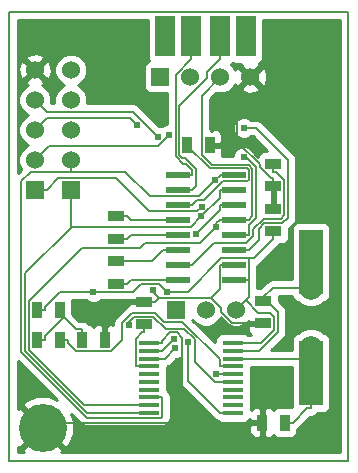
<source format=gbl>
G04 (created by PCBNEW (2013-07-07 BZR 4022)-stable) date 22/04/2014 18:46:14*
%MOIN*%
G04 Gerber Fmt 3.4, Leading zero omitted, Abs format*
%FSLAX34Y34*%
G01*
G70*
G90*
G04 APERTURE LIST*
%ADD10C,0.00590551*%
%ADD11R,0.0709X0.016*%
%ADD12R,0.0787402X0.023622*%
%ADD13R,0.035X0.055*%
%ADD14R,0.055X0.035*%
%ADD15R,0.0787X0.2165*%
%ADD16C,0.0787402*%
%ADD17R,0.06X0.06*%
%ADD18C,0.06*%
%ADD19R,0.0669291X0.137795*%
%ADD20C,0.16*%
%ADD21C,0.024*%
%ADD22C,0.006*%
%ADD23C,0.01*%
G04 APERTURE END LIST*
G54D10*
X72755Y-45511D02*
X84055Y-45511D01*
X72755Y-60472D02*
X72755Y-45511D01*
X84055Y-60472D02*
X72755Y-60472D01*
X84055Y-45511D02*
X84055Y-60472D01*
G54D11*
X80207Y-56554D03*
X80207Y-56814D03*
X80207Y-57064D03*
X80207Y-57324D03*
X80207Y-57584D03*
X80207Y-57834D03*
X80207Y-58094D03*
X80207Y-58344D03*
X80207Y-58604D03*
X80207Y-58864D03*
X77407Y-58874D03*
X77407Y-58604D03*
X77407Y-58344D03*
X77407Y-58094D03*
X77407Y-57834D03*
X77407Y-57584D03*
X77407Y-57324D03*
X77407Y-57064D03*
X77407Y-56814D03*
X77407Y-56554D03*
G54D12*
X80251Y-53944D03*
X80251Y-52944D03*
X80251Y-53444D03*
X80251Y-52444D03*
X80251Y-51944D03*
X80251Y-51444D03*
X80251Y-54444D03*
X80251Y-50944D03*
X78362Y-50944D03*
X78362Y-54444D03*
X78362Y-51444D03*
X78362Y-51944D03*
X78362Y-52444D03*
X78362Y-53444D03*
X78362Y-52944D03*
X78362Y-53944D03*
G54D13*
X78682Y-49944D03*
X79432Y-49944D03*
G54D14*
X76307Y-54569D03*
X76307Y-53819D03*
X76307Y-53069D03*
X76307Y-52319D03*
X81557Y-50569D03*
X81557Y-51319D03*
X81557Y-52819D03*
X81557Y-52069D03*
G54D13*
X75182Y-56444D03*
X75932Y-56444D03*
G54D14*
X81220Y-55136D03*
X81220Y-55886D03*
G54D13*
X81932Y-59194D03*
X81182Y-59194D03*
X73682Y-55444D03*
X74432Y-55444D03*
G54D14*
X77244Y-55176D03*
X77244Y-55926D03*
G54D13*
X73682Y-56444D03*
X74432Y-56444D03*
G54D15*
X82807Y-53844D03*
X82807Y-57544D03*
G54D16*
X82807Y-54694D03*
X82807Y-56694D03*
G54D17*
X74807Y-51444D03*
G54D18*
X74807Y-50444D03*
X74807Y-49444D03*
X74807Y-48444D03*
X74807Y-47444D03*
G54D17*
X73607Y-51444D03*
G54D18*
X73607Y-50444D03*
X73607Y-49444D03*
X73607Y-48444D03*
X73607Y-47444D03*
G54D17*
X77791Y-47677D03*
G54D18*
X78791Y-47677D03*
X79791Y-47677D03*
X80791Y-47677D03*
G54D19*
X80629Y-46299D03*
X77952Y-46299D03*
X78818Y-46299D03*
X79763Y-46299D03*
G54D20*
X73858Y-59370D03*
G54D17*
X78307Y-55444D03*
G54D18*
X79307Y-55444D03*
X80307Y-55444D03*
G54D21*
X78083Y-49599D03*
X77001Y-49266D03*
X77704Y-49664D03*
X79604Y-51127D03*
X78250Y-56401D03*
X78290Y-56704D03*
X79160Y-52016D03*
X79147Y-52327D03*
X79657Y-52667D03*
X76725Y-55959D03*
X80568Y-50352D03*
X78960Y-52917D03*
X78721Y-56519D03*
X79638Y-57579D03*
X80568Y-49378D03*
X77534Y-54777D03*
X75557Y-54835D03*
X77999Y-54841D03*
G54D22*
X77717Y-49966D02*
X78083Y-49599D01*
X74085Y-49966D02*
X77717Y-49966D01*
X73607Y-50444D02*
X74085Y-49966D01*
X76783Y-49049D02*
X77001Y-49266D01*
X74002Y-49049D02*
X76783Y-49049D01*
X73607Y-49444D02*
X74002Y-49049D01*
X76875Y-48835D02*
X77704Y-49664D01*
X73997Y-48835D02*
X76875Y-48835D01*
X73607Y-48444D02*
X73997Y-48835D01*
X77407Y-58344D02*
X77851Y-58344D01*
X74807Y-50835D02*
X74807Y-50444D01*
X73469Y-50835D02*
X74807Y-50835D01*
X73156Y-51148D02*
X73469Y-50835D01*
X73156Y-56859D02*
X73156Y-51148D01*
X75342Y-59045D02*
X73156Y-56859D01*
X77817Y-59045D02*
X75342Y-59045D01*
X77851Y-59010D02*
X77817Y-59045D01*
X77851Y-58344D02*
X77851Y-59010D01*
X79071Y-51660D02*
X79604Y-51127D01*
X77439Y-51660D02*
X79071Y-51660D01*
X76613Y-50835D02*
X77439Y-51660D01*
X74807Y-50835D02*
X76613Y-50835D01*
X79768Y-50964D02*
X79768Y-50944D01*
X79604Y-51127D02*
X79768Y-50964D01*
X80251Y-50944D02*
X79768Y-50944D01*
X78818Y-46299D02*
X78818Y-47078D01*
X78362Y-50944D02*
X78846Y-50944D01*
X78846Y-50788D02*
X78846Y-50944D01*
X78628Y-50571D02*
X78846Y-50788D01*
X78543Y-50571D02*
X78628Y-50571D01*
X78294Y-50321D02*
X78543Y-50571D01*
X78294Y-47603D02*
X78294Y-50321D01*
X78818Y-47078D02*
X78294Y-47603D01*
X77851Y-56799D02*
X78250Y-56401D01*
X77851Y-56814D02*
X77851Y-56799D01*
X77407Y-56814D02*
X77851Y-56814D01*
X77407Y-57064D02*
X77851Y-57064D01*
X77930Y-57064D02*
X78290Y-56704D01*
X77851Y-57064D02*
X77930Y-57064D01*
X79009Y-51780D02*
X78846Y-51944D01*
X79252Y-51780D02*
X79009Y-51780D01*
X79880Y-51153D02*
X79252Y-51780D01*
X80682Y-51153D02*
X79880Y-51153D01*
X80735Y-51100D02*
X80682Y-51153D01*
X80735Y-50778D02*
X80735Y-51100D01*
X80682Y-50725D02*
X80735Y-50778D01*
X79433Y-50725D02*
X80682Y-50725D01*
X78682Y-49973D02*
X79433Y-50725D01*
X78682Y-49944D02*
X78682Y-49973D01*
X78362Y-51944D02*
X78846Y-51944D01*
X78362Y-52444D02*
X77878Y-52444D01*
X76797Y-52444D02*
X77878Y-52444D01*
X76672Y-52319D02*
X76797Y-52444D01*
X76307Y-52319D02*
X76672Y-52319D01*
X76797Y-52944D02*
X77878Y-52944D01*
X76672Y-53069D02*
X76797Y-52944D01*
X76307Y-53069D02*
X76672Y-53069D01*
X78362Y-52944D02*
X77878Y-52944D01*
X78362Y-54444D02*
X77878Y-54444D01*
X76307Y-54569D02*
X76672Y-54569D01*
X76797Y-54444D02*
X76672Y-54569D01*
X77878Y-54444D02*
X76797Y-54444D01*
X77503Y-53819D02*
X77878Y-53444D01*
X76672Y-53819D02*
X77503Y-53819D01*
X76307Y-53819D02*
X76672Y-53819D01*
X78362Y-53444D02*
X77878Y-53444D01*
X81557Y-50569D02*
X81557Y-50835D01*
X78362Y-53944D02*
X78846Y-53944D01*
X79570Y-53220D02*
X78846Y-53944D01*
X80631Y-53220D02*
X79570Y-53220D01*
X80880Y-52971D02*
X80631Y-53220D01*
X80880Y-52749D02*
X80880Y-52971D01*
X81233Y-52396D02*
X80880Y-52749D01*
X81819Y-52396D02*
X81233Y-52396D01*
X81922Y-52293D02*
X81819Y-52396D01*
X81922Y-51100D02*
X81922Y-52293D01*
X81656Y-50835D02*
X81922Y-51100D01*
X81557Y-50835D02*
X81656Y-50835D01*
X76962Y-56406D02*
X76962Y-57324D01*
X77177Y-56191D02*
X76962Y-56406D01*
X77244Y-56191D02*
X77177Y-56191D01*
X77244Y-55926D02*
X77244Y-56191D01*
X77407Y-57324D02*
X76962Y-57324D01*
X75182Y-56444D02*
X75182Y-56079D01*
X73682Y-56444D02*
X73947Y-56444D01*
X73947Y-56322D02*
X74577Y-55692D01*
X73947Y-56444D02*
X73947Y-56322D01*
X74432Y-55547D02*
X74577Y-55692D01*
X74432Y-55444D02*
X74432Y-55547D01*
X74964Y-56079D02*
X75182Y-56079D01*
X74577Y-55692D02*
X74964Y-56079D01*
X74432Y-56444D02*
X74697Y-56444D01*
X80207Y-57324D02*
X79762Y-57324D01*
X74697Y-56544D02*
X74697Y-56444D01*
X74962Y-56810D02*
X74697Y-56544D01*
X76144Y-56810D02*
X74962Y-56810D01*
X76496Y-56457D02*
X76144Y-56810D01*
X76496Y-55886D02*
X76496Y-56457D01*
X76853Y-55530D02*
X76496Y-55886D01*
X77595Y-55530D02*
X76853Y-55530D01*
X77900Y-55835D02*
X77595Y-55530D01*
X78516Y-55835D02*
X77900Y-55835D01*
X79762Y-57081D02*
X78516Y-55835D01*
X79762Y-57324D02*
X79762Y-57081D01*
X81220Y-55136D02*
X81220Y-55004D01*
X81529Y-54694D02*
X81220Y-55004D01*
X82807Y-54694D02*
X81529Y-54694D01*
X82807Y-53844D02*
X82807Y-54694D01*
X81710Y-55494D02*
X81220Y-55004D01*
X81710Y-56167D02*
X81710Y-55494D01*
X81063Y-56814D02*
X81710Y-56167D01*
X80207Y-56814D02*
X81063Y-56814D01*
X80207Y-57064D02*
X80651Y-57064D01*
X82807Y-57064D02*
X80651Y-57064D01*
X82807Y-56694D02*
X82807Y-57064D01*
X82807Y-57064D02*
X82807Y-57544D01*
X82674Y-58717D02*
X82197Y-59194D01*
X82807Y-58717D02*
X82674Y-58717D01*
X82807Y-57544D02*
X82807Y-58717D01*
X81932Y-59194D02*
X82197Y-59194D01*
X73607Y-51444D02*
X73997Y-51444D01*
X79023Y-52153D02*
X79160Y-52016D01*
X77399Y-52153D02*
X79023Y-52153D01*
X76301Y-51054D02*
X77399Y-52153D01*
X74387Y-51054D02*
X76301Y-51054D01*
X73997Y-51444D02*
X74387Y-51054D01*
X77407Y-58874D02*
X76962Y-58874D01*
X74807Y-51444D02*
X74807Y-51835D01*
X80251Y-51444D02*
X79768Y-51444D01*
X74807Y-52653D02*
X74827Y-52673D01*
X74807Y-51835D02*
X74807Y-52653D01*
X75346Y-58874D02*
X76962Y-58874D01*
X73280Y-56808D02*
X75346Y-58874D01*
X73280Y-54221D02*
X73280Y-56808D01*
X74827Y-52673D02*
X73280Y-54221D01*
X79768Y-51707D02*
X79147Y-52327D01*
X79768Y-51444D02*
X79768Y-51707D01*
X78801Y-52673D02*
X74827Y-52673D01*
X79147Y-52327D02*
X78801Y-52673D01*
X78980Y-51310D02*
X78846Y-51444D01*
X78980Y-50748D02*
X78980Y-51310D01*
X78598Y-50366D02*
X78980Y-50748D01*
X78508Y-50366D02*
X78598Y-50366D01*
X78416Y-50273D02*
X78508Y-50366D01*
X78416Y-48631D02*
X78416Y-50273D01*
X79339Y-47708D02*
X78416Y-48631D01*
X79339Y-47503D02*
X79339Y-47708D01*
X79763Y-47078D02*
X79339Y-47503D01*
X79763Y-46299D02*
X79763Y-47078D01*
X78362Y-51444D02*
X78846Y-51444D01*
X80251Y-52444D02*
X79768Y-52444D01*
X79102Y-53223D02*
X79657Y-52667D01*
X77286Y-53223D02*
X79102Y-53223D01*
X77124Y-53384D02*
X77286Y-53223D01*
X75161Y-53384D02*
X77124Y-53384D01*
X73416Y-55129D02*
X75161Y-53384D01*
X73416Y-56774D02*
X73416Y-55129D01*
X75246Y-58604D02*
X73416Y-56774D01*
X77407Y-58604D02*
X75246Y-58604D01*
X79657Y-52555D02*
X79768Y-52444D01*
X79657Y-52667D02*
X79657Y-52555D01*
X80251Y-52444D02*
X80735Y-52444D01*
X79163Y-48305D02*
X79791Y-47677D01*
X79163Y-50270D02*
X79163Y-48305D01*
X79498Y-50605D02*
X79163Y-50270D01*
X80732Y-50605D02*
X79498Y-50605D01*
X80855Y-50728D02*
X80732Y-50605D01*
X80855Y-52324D02*
X80855Y-50728D01*
X80735Y-52444D02*
X80855Y-52324D01*
X76725Y-55844D02*
X76725Y-55959D01*
X76908Y-55661D02*
X76725Y-55844D01*
X77556Y-55661D02*
X76908Y-55661D01*
X77966Y-56071D02*
X77556Y-55661D01*
X78582Y-56071D02*
X77966Y-56071D01*
X78932Y-56420D02*
X78582Y-56071D01*
X78932Y-57172D02*
X78932Y-56420D01*
X79594Y-57834D02*
X78932Y-57172D01*
X80207Y-57834D02*
X79594Y-57834D01*
X80251Y-52944D02*
X80735Y-52944D01*
X80649Y-50352D02*
X80568Y-50352D01*
X80976Y-50679D02*
X80649Y-50352D01*
X80976Y-52382D02*
X80976Y-50679D01*
X80735Y-52623D02*
X80976Y-52382D01*
X80735Y-52944D02*
X80735Y-52623D01*
X80251Y-51944D02*
X79768Y-51944D01*
X79768Y-52110D02*
X79768Y-51944D01*
X78960Y-52917D02*
X79768Y-52110D01*
X80207Y-58864D02*
X79762Y-58864D01*
X78721Y-57824D02*
X79762Y-58864D01*
X78721Y-56519D02*
X78721Y-57824D01*
X79757Y-57579D02*
X79762Y-57584D01*
X79638Y-57579D02*
X79757Y-57579D01*
X80207Y-57584D02*
X79762Y-57584D01*
X80251Y-53444D02*
X80735Y-53444D01*
X80981Y-49378D02*
X80568Y-49378D01*
X82042Y-50439D02*
X80981Y-49378D01*
X82042Y-52369D02*
X82042Y-50439D01*
X81857Y-52554D02*
X82042Y-52369D01*
X81244Y-52554D02*
X81857Y-52554D01*
X81060Y-52739D02*
X81244Y-52554D01*
X81060Y-53120D02*
X81060Y-52739D01*
X80735Y-53444D02*
X81060Y-53120D01*
X81182Y-59194D02*
X80916Y-59194D01*
X79432Y-49944D02*
X79697Y-49944D01*
X81557Y-52069D02*
X81557Y-51319D01*
X81557Y-51319D02*
X81557Y-51054D01*
X75975Y-56079D02*
X75932Y-56079D01*
X76878Y-55176D02*
X75975Y-56079D01*
X77244Y-55176D02*
X76878Y-55176D01*
X75932Y-56444D02*
X75932Y-56079D01*
X77244Y-55176D02*
X77609Y-55176D01*
X80357Y-48110D02*
X80357Y-49861D01*
X80791Y-47677D02*
X80357Y-48110D01*
X79780Y-49861D02*
X79697Y-49944D01*
X80357Y-49861D02*
X79780Y-49861D01*
X77407Y-56554D02*
X77851Y-56554D01*
X77407Y-56554D02*
X77407Y-56554D01*
X77733Y-55051D02*
X77609Y-55176D01*
X77534Y-54852D02*
X77534Y-54777D01*
X77733Y-55051D02*
X77534Y-54852D01*
X78511Y-56365D02*
X78511Y-59194D01*
X78337Y-56191D02*
X78511Y-56365D01*
X78124Y-56191D02*
X78337Y-56191D01*
X77851Y-56464D02*
X78124Y-56191D01*
X77851Y-56554D02*
X77851Y-56464D01*
X74033Y-59194D02*
X78511Y-59194D01*
X73858Y-59370D02*
X74033Y-59194D01*
X78511Y-59194D02*
X80916Y-59194D01*
X80374Y-49861D02*
X80357Y-49861D01*
X81096Y-50583D02*
X80374Y-49861D01*
X81096Y-50689D02*
X81096Y-50583D01*
X81461Y-51054D02*
X81096Y-50689D01*
X81557Y-51054D02*
X81461Y-51054D01*
X80251Y-53944D02*
X79768Y-53944D01*
X80186Y-55886D02*
X81220Y-55886D01*
X79807Y-55507D02*
X80186Y-55886D01*
X79807Y-55392D02*
X79807Y-55507D01*
X79466Y-55051D02*
X79807Y-55392D01*
X77733Y-55051D02*
X79466Y-55051D01*
X79768Y-54749D02*
X79768Y-53944D01*
X79466Y-55051D02*
X79768Y-54749D01*
X73682Y-55444D02*
X73947Y-55444D01*
X74457Y-54835D02*
X75557Y-54835D01*
X73947Y-55345D02*
X74457Y-54835D01*
X73947Y-55444D02*
X73947Y-55345D01*
X80251Y-54444D02*
X80735Y-54444D01*
X81557Y-52819D02*
X81557Y-53085D01*
X77999Y-54841D02*
X77999Y-54834D01*
X76878Y-54835D02*
X75557Y-54835D01*
X77146Y-54567D02*
X76878Y-54835D01*
X77732Y-54567D02*
X77146Y-54567D01*
X77999Y-54834D02*
X77732Y-54567D01*
X78694Y-54834D02*
X77999Y-54834D01*
X79810Y-53718D02*
X78694Y-54834D01*
X80735Y-53718D02*
X79810Y-53718D01*
X80923Y-53718D02*
X80735Y-53718D01*
X81557Y-53085D02*
X80923Y-53718D01*
X80735Y-53718D02*
X80735Y-54444D01*
X80207Y-56554D02*
X80651Y-56554D01*
X81153Y-56554D02*
X80651Y-56554D01*
X81590Y-56117D02*
X81153Y-56554D01*
X81590Y-55676D02*
X81590Y-56117D01*
X81452Y-55537D02*
X81590Y-55676D01*
X81043Y-55537D02*
X81452Y-55537D01*
X80628Y-55123D02*
X81043Y-55537D01*
X80307Y-55444D02*
X80628Y-55123D01*
X80735Y-55016D02*
X80735Y-54444D01*
X80628Y-55123D02*
X80735Y-55016D01*
G54D10*
G36*
X77301Y-55226D02*
X77294Y-55226D01*
X77294Y-55234D01*
X77194Y-55234D01*
X77194Y-55226D01*
X76781Y-55226D01*
X76719Y-55288D01*
X76719Y-55289D01*
X76716Y-55291D01*
X76655Y-55332D01*
X76298Y-55688D01*
X76238Y-55779D01*
X76216Y-55886D01*
X76216Y-55944D01*
X76156Y-55919D01*
X76044Y-55919D01*
X75982Y-55982D01*
X75982Y-56394D01*
X75989Y-56394D01*
X75989Y-56494D01*
X75982Y-56494D01*
X75982Y-56502D01*
X75882Y-56502D01*
X75882Y-56494D01*
X75874Y-56494D01*
X75874Y-56394D01*
X75882Y-56394D01*
X75882Y-55982D01*
X75819Y-55919D01*
X75707Y-55919D01*
X75615Y-55957D01*
X75557Y-56016D01*
X75498Y-55958D01*
X75407Y-55919D01*
X75405Y-55919D01*
X75380Y-55881D01*
X75289Y-55821D01*
X75182Y-55799D01*
X75080Y-55799D01*
X74857Y-55576D01*
X74857Y-55120D01*
X74854Y-55115D01*
X75313Y-55115D01*
X75347Y-55148D01*
X75483Y-55204D01*
X75630Y-55205D01*
X75766Y-55148D01*
X75800Y-55115D01*
X76770Y-55115D01*
X76781Y-55126D01*
X77194Y-55126D01*
X77194Y-55118D01*
X77294Y-55118D01*
X77294Y-55126D01*
X77301Y-55126D01*
X77301Y-55226D01*
X77301Y-55226D01*
G37*
G54D23*
X77301Y-55226D02*
X77294Y-55226D01*
X77294Y-55234D01*
X77194Y-55234D01*
X77194Y-55226D01*
X76781Y-55226D01*
X76719Y-55288D01*
X76719Y-55289D01*
X76716Y-55291D01*
X76655Y-55332D01*
X76298Y-55688D01*
X76238Y-55779D01*
X76216Y-55886D01*
X76216Y-55944D01*
X76156Y-55919D01*
X76044Y-55919D01*
X75982Y-55982D01*
X75982Y-56394D01*
X75989Y-56394D01*
X75989Y-56494D01*
X75982Y-56494D01*
X75982Y-56502D01*
X75882Y-56502D01*
X75882Y-56494D01*
X75874Y-56494D01*
X75874Y-56394D01*
X75882Y-56394D01*
X75882Y-55982D01*
X75819Y-55919D01*
X75707Y-55919D01*
X75615Y-55957D01*
X75557Y-56016D01*
X75498Y-55958D01*
X75407Y-55919D01*
X75405Y-55919D01*
X75380Y-55881D01*
X75289Y-55821D01*
X75182Y-55799D01*
X75080Y-55799D01*
X74857Y-55576D01*
X74857Y-55120D01*
X74854Y-55115D01*
X75313Y-55115D01*
X75347Y-55148D01*
X75483Y-55204D01*
X75630Y-55205D01*
X75766Y-55148D01*
X75800Y-55115D01*
X76770Y-55115D01*
X76781Y-55126D01*
X77194Y-55126D01*
X77194Y-55118D01*
X77294Y-55118D01*
X77294Y-55126D01*
X77301Y-55126D01*
X77301Y-55226D01*
G54D10*
G36*
X78014Y-49229D02*
X78010Y-49229D01*
X77874Y-49285D01*
X77840Y-49319D01*
X77778Y-49294D01*
X77730Y-49294D01*
X77073Y-48637D01*
X76982Y-48576D01*
X76875Y-48555D01*
X75356Y-48555D01*
X75356Y-48554D01*
X75357Y-48335D01*
X75273Y-48133D01*
X75119Y-47978D01*
X75037Y-47944D01*
X75118Y-47911D01*
X75273Y-47756D01*
X75356Y-47554D01*
X75357Y-47335D01*
X75273Y-47133D01*
X75119Y-46978D01*
X74916Y-46894D01*
X74698Y-46894D01*
X74495Y-46978D01*
X74341Y-47132D01*
X74257Y-47335D01*
X74256Y-47553D01*
X74340Y-47756D01*
X74495Y-47910D01*
X74576Y-47944D01*
X74495Y-47978D01*
X74341Y-48132D01*
X74257Y-48335D01*
X74256Y-48553D01*
X74257Y-48555D01*
X74161Y-48555D01*
X74161Y-47526D01*
X74150Y-47308D01*
X74088Y-47157D01*
X73992Y-47129D01*
X73922Y-47200D01*
X73922Y-47058D01*
X73894Y-46963D01*
X73688Y-46890D01*
X73470Y-46901D01*
X73319Y-46963D01*
X73291Y-47058D01*
X73607Y-47374D01*
X73922Y-47058D01*
X73922Y-47200D01*
X73677Y-47444D01*
X73992Y-47760D01*
X74088Y-47732D01*
X74161Y-47526D01*
X74161Y-48555D01*
X74156Y-48555D01*
X74156Y-48554D01*
X74157Y-48335D01*
X74073Y-48133D01*
X73919Y-47978D01*
X73843Y-47947D01*
X73894Y-47926D01*
X73922Y-47830D01*
X73607Y-47515D01*
X73536Y-47586D01*
X73536Y-47444D01*
X73221Y-47129D01*
X73125Y-47157D01*
X73052Y-47363D01*
X73063Y-47581D01*
X73125Y-47732D01*
X73221Y-47760D01*
X73536Y-47444D01*
X73536Y-47586D01*
X73291Y-47830D01*
X73319Y-47926D01*
X73374Y-47945D01*
X73295Y-47978D01*
X73141Y-48132D01*
X73057Y-48335D01*
X73056Y-48553D01*
X73140Y-48756D01*
X73295Y-48910D01*
X73376Y-48944D01*
X73295Y-48978D01*
X73141Y-49132D01*
X73057Y-49335D01*
X73056Y-49553D01*
X73140Y-49756D01*
X73295Y-49910D01*
X73376Y-49944D01*
X73295Y-49978D01*
X73141Y-50132D01*
X73057Y-50335D01*
X73056Y-50553D01*
X73140Y-50756D01*
X73146Y-50762D01*
X73035Y-50873D01*
X73035Y-45791D01*
X77368Y-45791D01*
X77368Y-47037D01*
X77406Y-47129D01*
X77414Y-47138D01*
X77349Y-47165D01*
X77279Y-47235D01*
X77241Y-47327D01*
X77241Y-47426D01*
X77241Y-48026D01*
X77279Y-48118D01*
X77349Y-48188D01*
X77441Y-48227D01*
X77540Y-48227D01*
X78014Y-48227D01*
X78014Y-49229D01*
X78014Y-49229D01*
G37*
G54D23*
X78014Y-49229D02*
X78010Y-49229D01*
X77874Y-49285D01*
X77840Y-49319D01*
X77778Y-49294D01*
X77730Y-49294D01*
X77073Y-48637D01*
X76982Y-48576D01*
X76875Y-48555D01*
X75356Y-48555D01*
X75356Y-48554D01*
X75357Y-48335D01*
X75273Y-48133D01*
X75119Y-47978D01*
X75037Y-47944D01*
X75118Y-47911D01*
X75273Y-47756D01*
X75356Y-47554D01*
X75357Y-47335D01*
X75273Y-47133D01*
X75119Y-46978D01*
X74916Y-46894D01*
X74698Y-46894D01*
X74495Y-46978D01*
X74341Y-47132D01*
X74257Y-47335D01*
X74256Y-47553D01*
X74340Y-47756D01*
X74495Y-47910D01*
X74576Y-47944D01*
X74495Y-47978D01*
X74341Y-48132D01*
X74257Y-48335D01*
X74256Y-48553D01*
X74257Y-48555D01*
X74161Y-48555D01*
X74161Y-47526D01*
X74150Y-47308D01*
X74088Y-47157D01*
X73992Y-47129D01*
X73922Y-47200D01*
X73922Y-47058D01*
X73894Y-46963D01*
X73688Y-46890D01*
X73470Y-46901D01*
X73319Y-46963D01*
X73291Y-47058D01*
X73607Y-47374D01*
X73922Y-47058D01*
X73922Y-47200D01*
X73677Y-47444D01*
X73992Y-47760D01*
X74088Y-47732D01*
X74161Y-47526D01*
X74161Y-48555D01*
X74156Y-48555D01*
X74156Y-48554D01*
X74157Y-48335D01*
X74073Y-48133D01*
X73919Y-47978D01*
X73843Y-47947D01*
X73894Y-47926D01*
X73922Y-47830D01*
X73607Y-47515D01*
X73536Y-47586D01*
X73536Y-47444D01*
X73221Y-47129D01*
X73125Y-47157D01*
X73052Y-47363D01*
X73063Y-47581D01*
X73125Y-47732D01*
X73221Y-47760D01*
X73536Y-47444D01*
X73536Y-47586D01*
X73291Y-47830D01*
X73319Y-47926D01*
X73374Y-47945D01*
X73295Y-47978D01*
X73141Y-48132D01*
X73057Y-48335D01*
X73056Y-48553D01*
X73140Y-48756D01*
X73295Y-48910D01*
X73376Y-48944D01*
X73295Y-48978D01*
X73141Y-49132D01*
X73057Y-49335D01*
X73056Y-49553D01*
X73140Y-49756D01*
X73295Y-49910D01*
X73376Y-49944D01*
X73295Y-49978D01*
X73141Y-50132D01*
X73057Y-50335D01*
X73056Y-50553D01*
X73140Y-50756D01*
X73146Y-50762D01*
X73035Y-50873D01*
X73035Y-45791D01*
X77368Y-45791D01*
X77368Y-47037D01*
X77406Y-47129D01*
X77414Y-47138D01*
X77349Y-47165D01*
X77279Y-47235D01*
X77241Y-47327D01*
X77241Y-47426D01*
X77241Y-48026D01*
X77279Y-48118D01*
X77349Y-48188D01*
X77441Y-48227D01*
X77540Y-48227D01*
X78014Y-48227D01*
X78014Y-49229D01*
G54D10*
G36*
X81278Y-55936D02*
X81270Y-55936D01*
X81270Y-55944D01*
X81170Y-55944D01*
X81170Y-55936D01*
X80757Y-55936D01*
X80695Y-55999D01*
X80695Y-56111D01*
X80733Y-56203D01*
X80803Y-56273D01*
X80806Y-56274D01*
X80715Y-56274D01*
X80703Y-56263D01*
X80611Y-56224D01*
X80512Y-56224D01*
X79803Y-56224D01*
X79711Y-56262D01*
X79640Y-56333D01*
X79602Y-56424D01*
X79602Y-56524D01*
X79602Y-56525D01*
X78857Y-55780D01*
X78857Y-55772D01*
X78995Y-55910D01*
X79197Y-55994D01*
X79416Y-55994D01*
X79618Y-55911D01*
X79773Y-55756D01*
X79807Y-55674D01*
X79840Y-55756D01*
X79995Y-55910D01*
X80197Y-55994D01*
X80416Y-55994D01*
X80618Y-55911D01*
X80725Y-55804D01*
X80757Y-55836D01*
X81170Y-55836D01*
X81170Y-55828D01*
X81270Y-55828D01*
X81270Y-55836D01*
X81278Y-55836D01*
X81278Y-55936D01*
X81278Y-55936D01*
G37*
G54D23*
X81278Y-55936D02*
X81270Y-55936D01*
X81270Y-55944D01*
X81170Y-55944D01*
X81170Y-55936D01*
X80757Y-55936D01*
X80695Y-55999D01*
X80695Y-56111D01*
X80733Y-56203D01*
X80803Y-56273D01*
X80806Y-56274D01*
X80715Y-56274D01*
X80703Y-56263D01*
X80611Y-56224D01*
X80512Y-56224D01*
X79803Y-56224D01*
X79711Y-56262D01*
X79640Y-56333D01*
X79602Y-56424D01*
X79602Y-56524D01*
X79602Y-56525D01*
X78857Y-55780D01*
X78857Y-55772D01*
X78995Y-55910D01*
X79197Y-55994D01*
X79416Y-55994D01*
X79618Y-55911D01*
X79773Y-55756D01*
X79807Y-55674D01*
X79840Y-55756D01*
X79995Y-55910D01*
X80197Y-55994D01*
X80416Y-55994D01*
X80618Y-55911D01*
X80725Y-55804D01*
X80757Y-55836D01*
X81170Y-55836D01*
X81170Y-55828D01*
X81270Y-55828D01*
X81270Y-55836D01*
X81278Y-55836D01*
X81278Y-55936D01*
G54D10*
G36*
X81619Y-51694D02*
X81607Y-51707D01*
X81607Y-52019D01*
X81614Y-52019D01*
X81614Y-52116D01*
X81499Y-52116D01*
X81499Y-52019D01*
X81507Y-52019D01*
X81507Y-51707D01*
X81494Y-51694D01*
X81507Y-51682D01*
X81507Y-51369D01*
X81499Y-51369D01*
X81499Y-51269D01*
X81507Y-51269D01*
X81507Y-51262D01*
X81607Y-51262D01*
X81607Y-51269D01*
X81614Y-51269D01*
X81614Y-51369D01*
X81607Y-51369D01*
X81607Y-51682D01*
X81619Y-51694D01*
X81619Y-51694D01*
G37*
G54D23*
X81619Y-51694D02*
X81607Y-51707D01*
X81607Y-52019D01*
X81614Y-52019D01*
X81614Y-52116D01*
X81499Y-52116D01*
X81499Y-52019D01*
X81507Y-52019D01*
X81507Y-51707D01*
X81494Y-51694D01*
X81507Y-51682D01*
X81507Y-51369D01*
X81499Y-51369D01*
X81499Y-51269D01*
X81507Y-51269D01*
X81507Y-51262D01*
X81607Y-51262D01*
X81607Y-51269D01*
X81614Y-51269D01*
X81614Y-51369D01*
X81607Y-51369D01*
X81607Y-51682D01*
X81619Y-51694D01*
G54D10*
G36*
X83775Y-60192D02*
X81132Y-60192D01*
X81132Y-59657D01*
X81132Y-59244D01*
X80819Y-59244D01*
X80757Y-59307D01*
X80757Y-59420D01*
X80757Y-59519D01*
X80795Y-59611D01*
X80865Y-59681D01*
X80957Y-59719D01*
X81069Y-59719D01*
X81132Y-59657D01*
X81132Y-60192D01*
X74489Y-60192D01*
X74534Y-60117D01*
X73858Y-59440D01*
X73181Y-60117D01*
X73227Y-60192D01*
X73035Y-60192D01*
X73035Y-60001D01*
X73110Y-60046D01*
X73787Y-59370D01*
X73110Y-58693D01*
X73035Y-58738D01*
X73035Y-57134D01*
X74329Y-58428D01*
X74059Y-58318D01*
X73641Y-58321D01*
X73270Y-58475D01*
X73181Y-58622D01*
X73858Y-59299D01*
X73863Y-59293D01*
X73934Y-59364D01*
X73928Y-59370D01*
X74605Y-60046D01*
X74752Y-59958D01*
X74909Y-59571D01*
X74906Y-59153D01*
X74802Y-58900D01*
X75144Y-59243D01*
X75144Y-59243D01*
X75204Y-59283D01*
X75235Y-59303D01*
X75235Y-59303D01*
X75342Y-59325D01*
X75342Y-59325D01*
X77817Y-59325D01*
X77924Y-59303D01*
X77924Y-59303D01*
X78015Y-59243D01*
X78049Y-59208D01*
X78049Y-59208D01*
X78090Y-59148D01*
X78110Y-59117D01*
X78110Y-59117D01*
X78131Y-59010D01*
X78131Y-59010D01*
X78131Y-58344D01*
X78110Y-58237D01*
X78049Y-58146D01*
X78011Y-58121D01*
X78011Y-57965D01*
X78011Y-57964D01*
X78011Y-57964D01*
X78011Y-57865D01*
X78011Y-57705D01*
X78011Y-57705D01*
X78011Y-57615D01*
X78011Y-57455D01*
X78011Y-57454D01*
X78011Y-57454D01*
X78011Y-57355D01*
X78011Y-57328D01*
X78037Y-57323D01*
X78037Y-57323D01*
X78128Y-57262D01*
X78316Y-57074D01*
X78363Y-57074D01*
X78441Y-57042D01*
X78441Y-57824D01*
X78463Y-57931D01*
X78523Y-58022D01*
X79564Y-59062D01*
X79564Y-59062D01*
X79625Y-59103D01*
X79655Y-59123D01*
X79655Y-59123D01*
X79683Y-59129D01*
X79683Y-59129D01*
X79710Y-59156D01*
X79802Y-59194D01*
X79902Y-59194D01*
X80611Y-59194D01*
X80703Y-59156D01*
X80767Y-59092D01*
X80819Y-59144D01*
X81132Y-59144D01*
X81132Y-58732D01*
X81069Y-58669D01*
X80957Y-58669D01*
X80865Y-58707D01*
X80811Y-58761D01*
X80811Y-58735D01*
X80811Y-58734D01*
X80811Y-58734D01*
X80811Y-58635D01*
X80811Y-58475D01*
X80811Y-58474D01*
X80811Y-58474D01*
X80811Y-58375D01*
X80811Y-58215D01*
X80811Y-58215D01*
X80811Y-58125D01*
X80811Y-57965D01*
X80811Y-57964D01*
X80811Y-57964D01*
X80811Y-57865D01*
X80811Y-57705D01*
X80811Y-57705D01*
X80811Y-57615D01*
X80811Y-57455D01*
X80811Y-57454D01*
X80811Y-57454D01*
X80811Y-57355D01*
X80811Y-57344D01*
X82163Y-57344D01*
X82163Y-58672D01*
X82157Y-58669D01*
X82057Y-58669D01*
X81707Y-58669D01*
X81615Y-58707D01*
X81557Y-58766D01*
X81498Y-58707D01*
X81406Y-58669D01*
X81294Y-58669D01*
X81232Y-58732D01*
X81232Y-59144D01*
X81239Y-59144D01*
X81239Y-59244D01*
X81232Y-59244D01*
X81232Y-59657D01*
X81294Y-59719D01*
X81406Y-59719D01*
X81498Y-59681D01*
X81557Y-59623D01*
X81615Y-59681D01*
X81707Y-59719D01*
X81806Y-59719D01*
X82156Y-59719D01*
X82248Y-59681D01*
X82318Y-59611D01*
X82357Y-59519D01*
X82357Y-59420D01*
X82357Y-59418D01*
X82395Y-59392D01*
X82790Y-58997D01*
X82807Y-58997D01*
X82914Y-58976D01*
X83005Y-58915D01*
X83030Y-58877D01*
X83250Y-58877D01*
X83342Y-58839D01*
X83412Y-58769D01*
X83450Y-58677D01*
X83450Y-58577D01*
X83450Y-56823D01*
X83450Y-56823D01*
X83450Y-56567D01*
X83450Y-56566D01*
X83450Y-56412D01*
X83412Y-56320D01*
X83342Y-56250D01*
X83250Y-56212D01*
X83234Y-56212D01*
X83172Y-56149D01*
X82935Y-56051D01*
X82679Y-56051D01*
X82442Y-56148D01*
X82379Y-56212D01*
X82364Y-56212D01*
X82272Y-56250D01*
X82201Y-56320D01*
X82163Y-56412D01*
X82163Y-56511D01*
X82163Y-56566D01*
X82163Y-56566D01*
X82163Y-56784D01*
X81489Y-56784D01*
X81908Y-56365D01*
X81908Y-56365D01*
X81949Y-56304D01*
X81969Y-56274D01*
X81969Y-56274D01*
X81990Y-56167D01*
X81990Y-56167D01*
X81990Y-55494D01*
X81972Y-55405D01*
X81969Y-55387D01*
X81969Y-55387D01*
X81908Y-55296D01*
X81745Y-55133D01*
X81745Y-54974D01*
X82163Y-54974D01*
X82163Y-54976D01*
X82201Y-55068D01*
X82271Y-55139D01*
X82363Y-55177D01*
X82379Y-55177D01*
X82441Y-55240D01*
X82678Y-55338D01*
X82934Y-55338D01*
X83171Y-55240D01*
X83234Y-55177D01*
X83250Y-55177D01*
X83342Y-55139D01*
X83412Y-55069D01*
X83450Y-54977D01*
X83450Y-54877D01*
X83450Y-54823D01*
X83450Y-54823D01*
X83450Y-54567D01*
X83450Y-54566D01*
X83450Y-52712D01*
X83412Y-52620D01*
X83342Y-52550D01*
X83250Y-52512D01*
X83151Y-52512D01*
X82364Y-52512D01*
X82272Y-52550D01*
X82201Y-52620D01*
X82163Y-52712D01*
X82163Y-52811D01*
X82163Y-54414D01*
X81529Y-54414D01*
X81422Y-54436D01*
X81331Y-54496D01*
X81116Y-54711D01*
X81015Y-54711D01*
X81015Y-54444D01*
X81015Y-53980D01*
X81015Y-53980D01*
X81030Y-53976D01*
X81030Y-53976D01*
X81121Y-53916D01*
X81755Y-53282D01*
X81755Y-53282D01*
X81780Y-53244D01*
X81881Y-53244D01*
X81973Y-53206D01*
X82043Y-53136D01*
X82082Y-53044D01*
X82082Y-52945D01*
X82082Y-52726D01*
X82240Y-52567D01*
X82240Y-52567D01*
X82281Y-52506D01*
X82301Y-52476D01*
X82301Y-52476D01*
X82322Y-52369D01*
X82322Y-52369D01*
X82322Y-50439D01*
X82305Y-50349D01*
X82301Y-50331D01*
X82301Y-50331D01*
X82240Y-50241D01*
X82240Y-50241D01*
X81346Y-49346D01*
X81346Y-47758D01*
X81335Y-47540D01*
X81272Y-47389D01*
X81177Y-47361D01*
X80862Y-47677D01*
X81177Y-47992D01*
X81272Y-47965D01*
X81346Y-47758D01*
X81346Y-49346D01*
X81179Y-49180D01*
X81106Y-49131D01*
X81106Y-48063D01*
X80791Y-47747D01*
X80476Y-48063D01*
X80503Y-48158D01*
X80709Y-48231D01*
X80928Y-48221D01*
X81079Y-48158D01*
X81106Y-48063D01*
X81106Y-49131D01*
X81089Y-49119D01*
X80981Y-49098D01*
X80811Y-49098D01*
X80778Y-49064D01*
X80642Y-49008D01*
X80495Y-49008D01*
X80359Y-49064D01*
X80254Y-49168D01*
X80198Y-49304D01*
X80198Y-49451D01*
X80254Y-49587D01*
X80358Y-49691D01*
X80494Y-49748D01*
X80641Y-49748D01*
X80777Y-49692D01*
X80811Y-49658D01*
X80865Y-49658D01*
X81352Y-50144D01*
X81232Y-50144D01*
X81140Y-50182D01*
X81070Y-50253D01*
X81033Y-50340D01*
X80914Y-50221D01*
X80881Y-50143D01*
X80777Y-50039D01*
X80641Y-49982D01*
X80494Y-49982D01*
X80358Y-50038D01*
X80254Y-50142D01*
X80198Y-50278D01*
X80198Y-50325D01*
X79834Y-50325D01*
X79857Y-50269D01*
X79857Y-50170D01*
X79857Y-50057D01*
X79794Y-49994D01*
X79482Y-49994D01*
X79482Y-50002D01*
X79443Y-50002D01*
X79443Y-49887D01*
X79482Y-49887D01*
X79482Y-49894D01*
X79794Y-49894D01*
X79857Y-49832D01*
X79857Y-49719D01*
X79857Y-49619D01*
X79818Y-49528D01*
X79748Y-49457D01*
X79656Y-49419D01*
X79544Y-49419D01*
X79482Y-49482D01*
X79482Y-49419D01*
X79443Y-49419D01*
X79443Y-48421D01*
X79650Y-48214D01*
X79681Y-48227D01*
X79900Y-48227D01*
X80102Y-48143D01*
X80257Y-47989D01*
X80288Y-47913D01*
X80310Y-47965D01*
X80405Y-47992D01*
X80720Y-47677D01*
X80405Y-47361D01*
X80310Y-47389D01*
X80290Y-47444D01*
X80257Y-47366D01*
X80130Y-47238D01*
X80147Y-47238D01*
X80196Y-47218D01*
X80245Y-47238D01*
X80344Y-47238D01*
X80491Y-47238D01*
X80476Y-47291D01*
X80791Y-47606D01*
X81106Y-47291D01*
X81083Y-47209D01*
X81105Y-47200D01*
X81176Y-47129D01*
X81214Y-47038D01*
X81214Y-46938D01*
X81214Y-45791D01*
X83775Y-45791D01*
X83775Y-60192D01*
X83775Y-60192D01*
G37*
G54D23*
X83775Y-60192D02*
X81132Y-60192D01*
X81132Y-59657D01*
X81132Y-59244D01*
X80819Y-59244D01*
X80757Y-59307D01*
X80757Y-59420D01*
X80757Y-59519D01*
X80795Y-59611D01*
X80865Y-59681D01*
X80957Y-59719D01*
X81069Y-59719D01*
X81132Y-59657D01*
X81132Y-60192D01*
X74489Y-60192D01*
X74534Y-60117D01*
X73858Y-59440D01*
X73181Y-60117D01*
X73227Y-60192D01*
X73035Y-60192D01*
X73035Y-60001D01*
X73110Y-60046D01*
X73787Y-59370D01*
X73110Y-58693D01*
X73035Y-58738D01*
X73035Y-57134D01*
X74329Y-58428D01*
X74059Y-58318D01*
X73641Y-58321D01*
X73270Y-58475D01*
X73181Y-58622D01*
X73858Y-59299D01*
X73863Y-59293D01*
X73934Y-59364D01*
X73928Y-59370D01*
X74605Y-60046D01*
X74752Y-59958D01*
X74909Y-59571D01*
X74906Y-59153D01*
X74802Y-58900D01*
X75144Y-59243D01*
X75144Y-59243D01*
X75204Y-59283D01*
X75235Y-59303D01*
X75235Y-59303D01*
X75342Y-59325D01*
X75342Y-59325D01*
X77817Y-59325D01*
X77924Y-59303D01*
X77924Y-59303D01*
X78015Y-59243D01*
X78049Y-59208D01*
X78049Y-59208D01*
X78090Y-59148D01*
X78110Y-59117D01*
X78110Y-59117D01*
X78131Y-59010D01*
X78131Y-59010D01*
X78131Y-58344D01*
X78110Y-58237D01*
X78049Y-58146D01*
X78011Y-58121D01*
X78011Y-57965D01*
X78011Y-57964D01*
X78011Y-57964D01*
X78011Y-57865D01*
X78011Y-57705D01*
X78011Y-57705D01*
X78011Y-57615D01*
X78011Y-57455D01*
X78011Y-57454D01*
X78011Y-57454D01*
X78011Y-57355D01*
X78011Y-57328D01*
X78037Y-57323D01*
X78037Y-57323D01*
X78128Y-57262D01*
X78316Y-57074D01*
X78363Y-57074D01*
X78441Y-57042D01*
X78441Y-57824D01*
X78463Y-57931D01*
X78523Y-58022D01*
X79564Y-59062D01*
X79564Y-59062D01*
X79625Y-59103D01*
X79655Y-59123D01*
X79655Y-59123D01*
X79683Y-59129D01*
X79683Y-59129D01*
X79710Y-59156D01*
X79802Y-59194D01*
X79902Y-59194D01*
X80611Y-59194D01*
X80703Y-59156D01*
X80767Y-59092D01*
X80819Y-59144D01*
X81132Y-59144D01*
X81132Y-58732D01*
X81069Y-58669D01*
X80957Y-58669D01*
X80865Y-58707D01*
X80811Y-58761D01*
X80811Y-58735D01*
X80811Y-58734D01*
X80811Y-58734D01*
X80811Y-58635D01*
X80811Y-58475D01*
X80811Y-58474D01*
X80811Y-58474D01*
X80811Y-58375D01*
X80811Y-58215D01*
X80811Y-58215D01*
X80811Y-58125D01*
X80811Y-57965D01*
X80811Y-57964D01*
X80811Y-57964D01*
X80811Y-57865D01*
X80811Y-57705D01*
X80811Y-57705D01*
X80811Y-57615D01*
X80811Y-57455D01*
X80811Y-57454D01*
X80811Y-57454D01*
X80811Y-57355D01*
X80811Y-57344D01*
X82163Y-57344D01*
X82163Y-58672D01*
X82157Y-58669D01*
X82057Y-58669D01*
X81707Y-58669D01*
X81615Y-58707D01*
X81557Y-58766D01*
X81498Y-58707D01*
X81406Y-58669D01*
X81294Y-58669D01*
X81232Y-58732D01*
X81232Y-59144D01*
X81239Y-59144D01*
X81239Y-59244D01*
X81232Y-59244D01*
X81232Y-59657D01*
X81294Y-59719D01*
X81406Y-59719D01*
X81498Y-59681D01*
X81557Y-59623D01*
X81615Y-59681D01*
X81707Y-59719D01*
X81806Y-59719D01*
X82156Y-59719D01*
X82248Y-59681D01*
X82318Y-59611D01*
X82357Y-59519D01*
X82357Y-59420D01*
X82357Y-59418D01*
X82395Y-59392D01*
X82790Y-58997D01*
X82807Y-58997D01*
X82914Y-58976D01*
X83005Y-58915D01*
X83030Y-58877D01*
X83250Y-58877D01*
X83342Y-58839D01*
X83412Y-58769D01*
X83450Y-58677D01*
X83450Y-58577D01*
X83450Y-56823D01*
X83450Y-56823D01*
X83450Y-56567D01*
X83450Y-56566D01*
X83450Y-56412D01*
X83412Y-56320D01*
X83342Y-56250D01*
X83250Y-56212D01*
X83234Y-56212D01*
X83172Y-56149D01*
X82935Y-56051D01*
X82679Y-56051D01*
X82442Y-56148D01*
X82379Y-56212D01*
X82364Y-56212D01*
X82272Y-56250D01*
X82201Y-56320D01*
X82163Y-56412D01*
X82163Y-56511D01*
X82163Y-56566D01*
X82163Y-56566D01*
X82163Y-56784D01*
X81489Y-56784D01*
X81908Y-56365D01*
X81908Y-56365D01*
X81949Y-56304D01*
X81969Y-56274D01*
X81969Y-56274D01*
X81990Y-56167D01*
X81990Y-56167D01*
X81990Y-55494D01*
X81972Y-55405D01*
X81969Y-55387D01*
X81969Y-55387D01*
X81908Y-55296D01*
X81745Y-55133D01*
X81745Y-54974D01*
X82163Y-54974D01*
X82163Y-54976D01*
X82201Y-55068D01*
X82271Y-55139D01*
X82363Y-55177D01*
X82379Y-55177D01*
X82441Y-55240D01*
X82678Y-55338D01*
X82934Y-55338D01*
X83171Y-55240D01*
X83234Y-55177D01*
X83250Y-55177D01*
X83342Y-55139D01*
X83412Y-55069D01*
X83450Y-54977D01*
X83450Y-54877D01*
X83450Y-54823D01*
X83450Y-54823D01*
X83450Y-54567D01*
X83450Y-54566D01*
X83450Y-52712D01*
X83412Y-52620D01*
X83342Y-52550D01*
X83250Y-52512D01*
X83151Y-52512D01*
X82364Y-52512D01*
X82272Y-52550D01*
X82201Y-52620D01*
X82163Y-52712D01*
X82163Y-52811D01*
X82163Y-54414D01*
X81529Y-54414D01*
X81422Y-54436D01*
X81331Y-54496D01*
X81116Y-54711D01*
X81015Y-54711D01*
X81015Y-54444D01*
X81015Y-53980D01*
X81015Y-53980D01*
X81030Y-53976D01*
X81030Y-53976D01*
X81121Y-53916D01*
X81755Y-53282D01*
X81755Y-53282D01*
X81780Y-53244D01*
X81881Y-53244D01*
X81973Y-53206D01*
X82043Y-53136D01*
X82082Y-53044D01*
X82082Y-52945D01*
X82082Y-52726D01*
X82240Y-52567D01*
X82240Y-52567D01*
X82281Y-52506D01*
X82301Y-52476D01*
X82301Y-52476D01*
X82322Y-52369D01*
X82322Y-52369D01*
X82322Y-50439D01*
X82305Y-50349D01*
X82301Y-50331D01*
X82301Y-50331D01*
X82240Y-50241D01*
X82240Y-50241D01*
X81346Y-49346D01*
X81346Y-47758D01*
X81335Y-47540D01*
X81272Y-47389D01*
X81177Y-47361D01*
X80862Y-47677D01*
X81177Y-47992D01*
X81272Y-47965D01*
X81346Y-47758D01*
X81346Y-49346D01*
X81179Y-49180D01*
X81106Y-49131D01*
X81106Y-48063D01*
X80791Y-47747D01*
X80476Y-48063D01*
X80503Y-48158D01*
X80709Y-48231D01*
X80928Y-48221D01*
X81079Y-48158D01*
X81106Y-48063D01*
X81106Y-49131D01*
X81089Y-49119D01*
X80981Y-49098D01*
X80811Y-49098D01*
X80778Y-49064D01*
X80642Y-49008D01*
X80495Y-49008D01*
X80359Y-49064D01*
X80254Y-49168D01*
X80198Y-49304D01*
X80198Y-49451D01*
X80254Y-49587D01*
X80358Y-49691D01*
X80494Y-49748D01*
X80641Y-49748D01*
X80777Y-49692D01*
X80811Y-49658D01*
X80865Y-49658D01*
X81352Y-50144D01*
X81232Y-50144D01*
X81140Y-50182D01*
X81070Y-50253D01*
X81033Y-50340D01*
X80914Y-50221D01*
X80881Y-50143D01*
X80777Y-50039D01*
X80641Y-49982D01*
X80494Y-49982D01*
X80358Y-50038D01*
X80254Y-50142D01*
X80198Y-50278D01*
X80198Y-50325D01*
X79834Y-50325D01*
X79857Y-50269D01*
X79857Y-50170D01*
X79857Y-50057D01*
X79794Y-49994D01*
X79482Y-49994D01*
X79482Y-50002D01*
X79443Y-50002D01*
X79443Y-49887D01*
X79482Y-49887D01*
X79482Y-49894D01*
X79794Y-49894D01*
X79857Y-49832D01*
X79857Y-49719D01*
X79857Y-49619D01*
X79818Y-49528D01*
X79748Y-49457D01*
X79656Y-49419D01*
X79544Y-49419D01*
X79482Y-49482D01*
X79482Y-49419D01*
X79443Y-49419D01*
X79443Y-48421D01*
X79650Y-48214D01*
X79681Y-48227D01*
X79900Y-48227D01*
X80102Y-48143D01*
X80257Y-47989D01*
X80288Y-47913D01*
X80310Y-47965D01*
X80405Y-47992D01*
X80720Y-47677D01*
X80405Y-47361D01*
X80310Y-47389D01*
X80290Y-47444D01*
X80257Y-47366D01*
X80130Y-47238D01*
X80147Y-47238D01*
X80196Y-47218D01*
X80245Y-47238D01*
X80344Y-47238D01*
X80491Y-47238D01*
X80476Y-47291D01*
X80791Y-47606D01*
X81106Y-47291D01*
X81083Y-47209D01*
X81105Y-47200D01*
X81176Y-47129D01*
X81214Y-47038D01*
X81214Y-46938D01*
X81214Y-45791D01*
X83775Y-45791D01*
X83775Y-60192D01*
M02*

</source>
